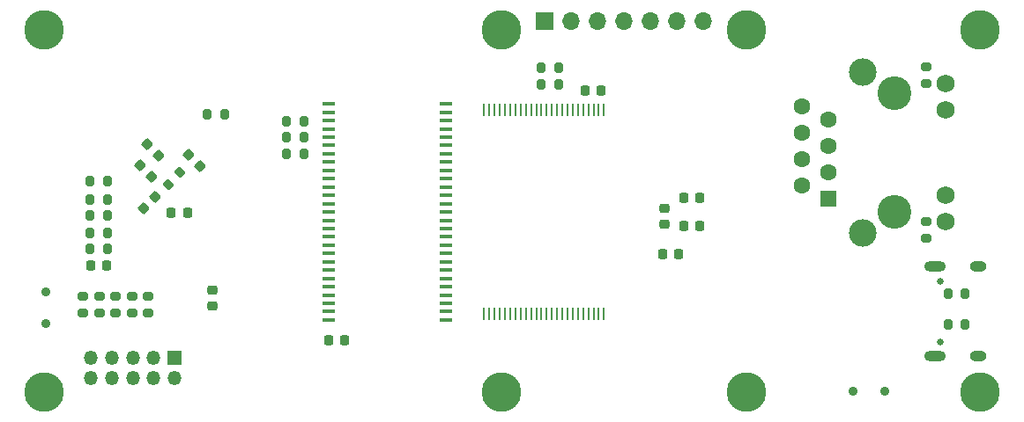
<source format=gbr>
%TF.GenerationSoftware,KiCad,Pcbnew,7.0.7*%
%TF.CreationDate,2024-03-25T22:36:06+08:00*%
%TF.ProjectId,eins2440,65696e73-3234-4343-902e-6b696361645f,rev?*%
%TF.SameCoordinates,Original*%
%TF.FileFunction,Soldermask,Bot*%
%TF.FilePolarity,Negative*%
%FSLAX46Y46*%
G04 Gerber Fmt 4.6, Leading zero omitted, Abs format (unit mm)*
G04 Created by KiCad (PCBNEW 7.0.7) date 2024-03-25 22:36:06*
%MOMM*%
%LPD*%
G01*
G04 APERTURE LIST*
G04 Aperture macros list*
%AMRoundRect*
0 Rectangle with rounded corners*
0 $1 Rounding radius*
0 $2 $3 $4 $5 $6 $7 $8 $9 X,Y pos of 4 corners*
0 Add a 4 corners polygon primitive as box body*
4,1,4,$2,$3,$4,$5,$6,$7,$8,$9,$2,$3,0*
0 Add four circle primitives for the rounded corners*
1,1,$1+$1,$2,$3*
1,1,$1+$1,$4,$5*
1,1,$1+$1,$6,$7*
1,1,$1+$1,$8,$9*
0 Add four rect primitives between the rounded corners*
20,1,$1+$1,$2,$3,$4,$5,0*
20,1,$1+$1,$4,$5,$6,$7,0*
20,1,$1+$1,$6,$7,$8,$9,0*
20,1,$1+$1,$8,$9,$2,$3,0*%
G04 Aperture macros list end*
%ADD10C,3.250000*%
%ADD11RoundRect,0.102000X-0.699000X0.699000X-0.699000X-0.699000X0.699000X-0.699000X0.699000X0.699000X0*%
%ADD12C,1.602000*%
%ADD13C,1.734000*%
%ADD14C,2.649000*%
%ADD15C,3.800000*%
%ADD16R,1.350000X1.350000*%
%ADD17O,1.350000X1.350000*%
%ADD18C,0.650000*%
%ADD19O,2.100000X1.000000*%
%ADD20O,1.600000X1.000000*%
%ADD21C,0.900000*%
%ADD22R,1.700000X1.700000*%
%ADD23O,1.700000X1.700000*%
%ADD24RoundRect,0.200000X0.200000X0.275000X-0.200000X0.275000X-0.200000X-0.275000X0.200000X-0.275000X0*%
%ADD25RoundRect,0.225000X0.225000X0.250000X-0.225000X0.250000X-0.225000X-0.250000X0.225000X-0.250000X0*%
%ADD26RoundRect,0.200000X0.275000X-0.200000X0.275000X0.200000X-0.275000X0.200000X-0.275000X-0.200000X0*%
%ADD27RoundRect,0.225000X-0.335876X-0.017678X-0.017678X-0.335876X0.335876X0.017678X0.017678X0.335876X0*%
%ADD28RoundRect,0.225000X-0.225000X-0.250000X0.225000X-0.250000X0.225000X0.250000X-0.225000X0.250000X0*%
%ADD29RoundRect,0.225000X-0.250000X0.225000X-0.250000X-0.225000X0.250000X-0.225000X0.250000X0.225000X0*%
%ADD30RoundRect,0.225000X0.335876X0.017678X0.017678X0.335876X-0.335876X-0.017678X-0.017678X-0.335876X0*%
%ADD31R,1.309599X0.456400*%
%ADD32RoundRect,0.200000X-0.275000X0.200000X-0.275000X-0.200000X0.275000X-0.200000X0.275000X0.200000X0*%
%ADD33RoundRect,0.200000X0.053033X-0.335876X0.335876X-0.053033X-0.053033X0.335876X-0.335876X0.053033X0*%
%ADD34RoundRect,0.200000X-0.200000X-0.275000X0.200000X-0.275000X0.200000X0.275000X-0.200000X0.275000X0*%
%ADD35R,0.279400X1.200899*%
%ADD36RoundRect,0.225000X0.250000X-0.225000X0.250000X0.225000X-0.250000X0.225000X-0.250000X-0.225000X0*%
%ADD37RoundRect,0.225000X-0.017678X0.335876X-0.335876X0.017678X0.017678X-0.335876X0.335876X-0.017678X0*%
G04 APERTURE END LIST*
D10*
%TO.C,J3*%
X186090000Y-86444000D03*
X186090000Y-97874000D03*
D11*
X179740000Y-96609000D03*
D12*
X177200000Y-95339000D03*
X179740000Y-94069000D03*
X177200000Y-92799000D03*
X179740000Y-91529000D03*
X177200000Y-90259000D03*
X179740000Y-88989000D03*
X177200000Y-87719000D03*
D13*
X190990000Y-98784000D03*
X190990000Y-96244000D03*
X190990000Y-88074000D03*
X190990000Y-85534000D03*
D14*
X183040000Y-99904000D03*
X183040000Y-84414000D03*
%TD*%
D15*
%TO.C,H7*%
X148340000Y-115240000D03*
%TD*%
%TO.C,H6*%
X171850000Y-80320000D03*
%TD*%
%TO.C,H1*%
X104380000Y-80320000D03*
%TD*%
%TO.C,H4*%
X194300000Y-80320000D03*
%TD*%
D16*
%TO.C,J1*%
X116890000Y-111890000D03*
D17*
X116890000Y-113890000D03*
X114890000Y-111890000D03*
X114890000Y-113890000D03*
X112890000Y-111890000D03*
X112890000Y-113890000D03*
X110890000Y-111890000D03*
X110890000Y-113890000D03*
X108890000Y-111890000D03*
X108890000Y-113890000D03*
%TD*%
D15*
%TO.C,H5*%
X148340000Y-80320000D03*
%TD*%
D18*
%TO.C,J5*%
X190465000Y-110370000D03*
X190465000Y-104590000D03*
D19*
X189965000Y-111800000D03*
D20*
X194145000Y-111800000D03*
D19*
X189965000Y-103160000D03*
D20*
X194145000Y-103160000D03*
%TD*%
D21*
%TO.C,SW3*%
X182130000Y-115185000D03*
X185130000Y-115185000D03*
%TD*%
D15*
%TO.C,H3*%
X194300000Y-115240000D03*
%TD*%
%TO.C,H8*%
X171850000Y-115240000D03*
%TD*%
D22*
%TO.C,J2*%
X152480000Y-79500000D03*
D23*
X155020000Y-79500000D03*
X157560000Y-79500000D03*
X160100000Y-79500000D03*
X162640000Y-79500000D03*
X165180000Y-79500000D03*
X167720000Y-79500000D03*
%TD*%
D21*
%TO.C,SW2*%
X104500000Y-105600000D03*
X104500000Y-108600000D03*
%TD*%
D15*
%TO.C,H2*%
X104380000Y-115240000D03*
%TD*%
D24*
%TO.C,R44*%
X110436850Y-101456299D03*
X108786850Y-101456299D03*
%TD*%
D25*
%TO.C,C43*%
X167395000Y-99270000D03*
X165845000Y-99270000D03*
%TD*%
D26*
%TO.C,R21*%
X114401850Y-107631299D03*
X114401850Y-105981299D03*
%TD*%
D27*
%TO.C,C17*%
X118223842Y-92368291D03*
X119319858Y-93464307D03*
%TD*%
D26*
%TO.C,R13*%
X108111850Y-107621299D03*
X108111850Y-105971299D03*
%TD*%
D28*
%TO.C,C35*%
X156355000Y-86190000D03*
X157905000Y-86190000D03*
%TD*%
D24*
%TO.C,R42*%
X110436850Y-94906299D03*
X108786850Y-94906299D03*
%TD*%
D26*
%TO.C,R20*%
X112821850Y-107631299D03*
X112821850Y-105981299D03*
%TD*%
D24*
%TO.C,R7*%
X153785000Y-85560000D03*
X152135000Y-85560000D03*
%TD*%
%TO.C,R3*%
X129326850Y-90646299D03*
X127676850Y-90646299D03*
%TD*%
D29*
%TO.C,C41*%
X163940000Y-97525000D03*
X163940000Y-99075000D03*
%TD*%
D30*
%TO.C,C23*%
X114719858Y-94454307D03*
X113623842Y-93358291D03*
%TD*%
D25*
%TO.C,C42*%
X167385000Y-96540000D03*
X165835000Y-96540000D03*
%TD*%
D26*
%TO.C,R19*%
X111251850Y-107626299D03*
X111251850Y-105976299D03*
%TD*%
D31*
%TO.C,U3*%
X131682650Y-108282599D03*
X131682650Y-107482499D03*
X131682650Y-106682399D03*
X131682650Y-105882299D03*
X131682650Y-105082199D03*
X131682650Y-104282099D03*
X131682650Y-103481999D03*
X131682650Y-102681899D03*
X131682650Y-101881799D03*
X131682650Y-101081699D03*
X131682650Y-100281599D03*
X131682650Y-99481499D03*
X131682650Y-98681399D03*
X131682650Y-97881299D03*
X131682650Y-97081199D03*
X131682650Y-96281099D03*
X131682650Y-95480999D03*
X131682650Y-94680899D03*
X131682650Y-93880799D03*
X131682650Y-93080699D03*
X131682650Y-92280599D03*
X131682650Y-91480499D03*
X131682650Y-90680399D03*
X131682650Y-89880299D03*
X131682650Y-89080199D03*
X131682650Y-88280099D03*
X131682650Y-87479999D03*
X143011050Y-87479999D03*
X143011050Y-88280099D03*
X143011050Y-89080199D03*
X143011050Y-89880299D03*
X143011050Y-90680399D03*
X143011050Y-91480499D03*
X143011050Y-92280599D03*
X143011050Y-93080699D03*
X143011050Y-93880799D03*
X143011050Y-94680899D03*
X143011050Y-95480999D03*
X143011050Y-96281099D03*
X143011050Y-97081199D03*
X143011050Y-97881299D03*
X143011050Y-98681399D03*
X143011050Y-99481499D03*
X143011050Y-100281599D03*
X143011050Y-101081699D03*
X143011050Y-101881799D03*
X143011050Y-102681899D03*
X143011050Y-103481999D03*
X143011050Y-104282099D03*
X143011050Y-105082199D03*
X143011050Y-105882299D03*
X143011050Y-106682399D03*
X143011050Y-107482499D03*
X143011050Y-108282599D03*
%TD*%
D32*
%TO.C,R37*%
X189080000Y-98795000D03*
X189080000Y-100445000D03*
%TD*%
D33*
%TO.C,R5*%
X116268487Y-95239662D03*
X117435213Y-94072936D03*
%TD*%
D34*
%TO.C,R45*%
X191210000Y-105720000D03*
X192860000Y-105720000D03*
%TD*%
D35*
%TO.C,U4*%
X146657480Y-88040251D03*
X147157860Y-88040251D03*
X147658240Y-88040251D03*
X148158620Y-88040251D03*
X148659000Y-88040251D03*
X149159380Y-88040251D03*
X149659760Y-88040251D03*
X150160140Y-88040251D03*
X150660520Y-88040251D03*
X151160900Y-88040251D03*
X151661280Y-88040251D03*
X152161660Y-88040251D03*
X152662040Y-88040251D03*
X153162420Y-88040251D03*
X153662800Y-88040251D03*
X154163180Y-88040251D03*
X154663560Y-88040251D03*
X155163940Y-88040251D03*
X155664320Y-88040251D03*
X156164700Y-88040251D03*
X156665080Y-88040251D03*
X157165460Y-88040251D03*
X157665840Y-88040251D03*
X158166220Y-88040251D03*
X158166220Y-107732347D03*
X157665840Y-107732347D03*
X157165460Y-107732347D03*
X156665080Y-107732347D03*
X156164700Y-107732347D03*
X155664320Y-107732347D03*
X155163940Y-107732347D03*
X154663560Y-107732347D03*
X154163180Y-107732347D03*
X153662800Y-107732347D03*
X153162420Y-107732347D03*
X152662040Y-107732347D03*
X152161660Y-107732347D03*
X151661280Y-107732347D03*
X151160900Y-107732347D03*
X150660520Y-107732347D03*
X150160140Y-107732347D03*
X149659760Y-107732347D03*
X149159380Y-107732347D03*
X148659000Y-107732347D03*
X148158620Y-107732347D03*
X147658240Y-107732347D03*
X147157860Y-107732347D03*
X146657480Y-107732347D03*
%TD*%
D25*
%TO.C,C24*%
X110386850Y-103031299D03*
X108836850Y-103031299D03*
%TD*%
D34*
%TO.C,R40*%
X108796850Y-96681299D03*
X110446850Y-96681299D03*
%TD*%
D26*
%TO.C,R14*%
X109681850Y-107621299D03*
X109681850Y-105971299D03*
%TD*%
D36*
%TO.C,C14*%
X120530000Y-106945000D03*
X120530000Y-105395000D03*
%TD*%
D24*
%TO.C,R43*%
X110436850Y-98231299D03*
X108786850Y-98231299D03*
%TD*%
D25*
%TO.C,C39*%
X165345000Y-101930000D03*
X163795000Y-101930000D03*
%TD*%
D37*
%TO.C,C13*%
X115059858Y-96438291D03*
X113963842Y-97534307D03*
%TD*%
D34*
%TO.C,R41*%
X108786850Y-99906299D03*
X110436850Y-99906299D03*
%TD*%
D27*
%TO.C,C15*%
X114263842Y-91328291D03*
X115359858Y-92424307D03*
%TD*%
D34*
%TO.C,R1*%
X152125000Y-84000000D03*
X153775000Y-84000000D03*
%TD*%
D28*
%TO.C,C20*%
X116585000Y-97920000D03*
X118135000Y-97920000D03*
%TD*%
D26*
%TO.C,R38*%
X189080000Y-85535000D03*
X189080000Y-83885000D03*
%TD*%
D24*
%TO.C,R12*%
X192870000Y-108720000D03*
X191220000Y-108720000D03*
%TD*%
D25*
%TO.C,C34*%
X133236850Y-110206299D03*
X131686850Y-110206299D03*
%TD*%
D24*
%TO.C,R11*%
X129326850Y-89116299D03*
X127676850Y-89116299D03*
%TD*%
%TO.C,R2*%
X129306850Y-92276299D03*
X127656850Y-92276299D03*
%TD*%
D34*
%TO.C,R4*%
X120055000Y-88450000D03*
X121705000Y-88450000D03*
%TD*%
M02*

</source>
